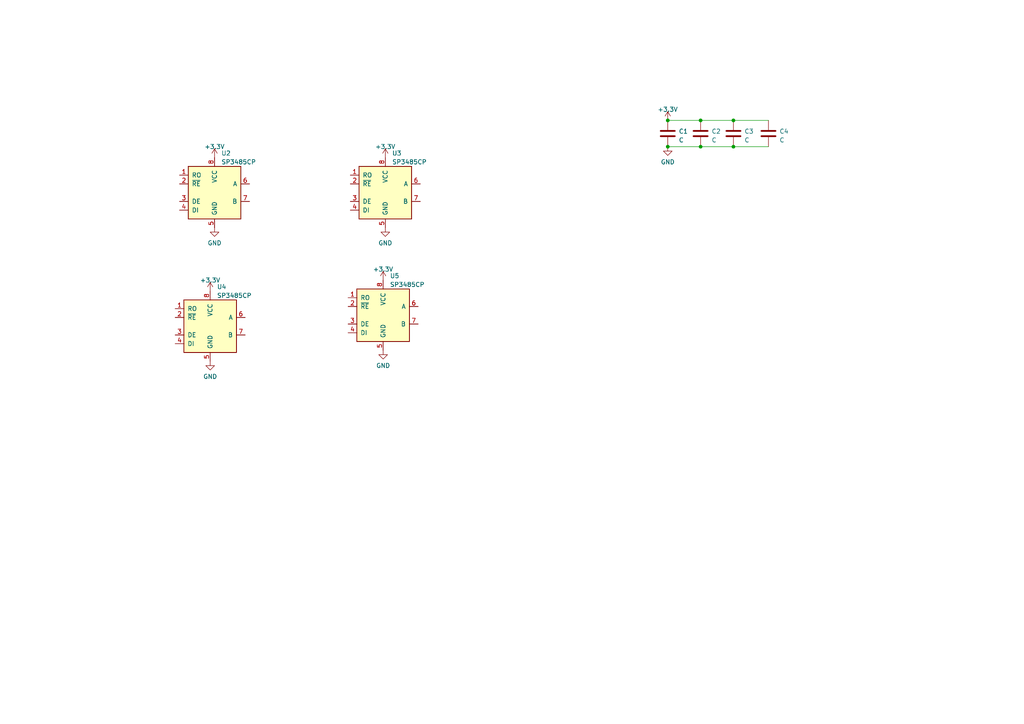
<source format=kicad_sch>
(kicad_sch (version 20230121) (generator eeschema)

  (uuid ff55967e-d292-481f-85ee-83c08a13578d)

  (paper "A4")

  (lib_symbols
    (symbol "Device:C" (pin_numbers hide) (pin_names (offset 0.254)) (in_bom yes) (on_board yes)
      (property "Reference" "C" (at 0.635 2.54 0)
        (effects (font (size 1.27 1.27)) (justify left))
      )
      (property "Value" "C" (at 0.635 -2.54 0)
        (effects (font (size 1.27 1.27)) (justify left))
      )
      (property "Footprint" "" (at 0.9652 -3.81 0)
        (effects (font (size 1.27 1.27)) hide)
      )
      (property "Datasheet" "~" (at 0 0 0)
        (effects (font (size 1.27 1.27)) hide)
      )
      (property "ki_keywords" "cap capacitor" (at 0 0 0)
        (effects (font (size 1.27 1.27)) hide)
      )
      (property "ki_description" "Unpolarized capacitor" (at 0 0 0)
        (effects (font (size 1.27 1.27)) hide)
      )
      (property "ki_fp_filters" "C_*" (at 0 0 0)
        (effects (font (size 1.27 1.27)) hide)
      )
      (symbol "C_0_1"
        (polyline
          (pts
            (xy -2.032 -0.762)
            (xy 2.032 -0.762)
          )
          (stroke (width 0.508) (type default))
          (fill (type none))
        )
        (polyline
          (pts
            (xy -2.032 0.762)
            (xy 2.032 0.762)
          )
          (stroke (width 0.508) (type default))
          (fill (type none))
        )
      )
      (symbol "C_1_1"
        (pin passive line (at 0 3.81 270) (length 2.794)
          (name "~" (effects (font (size 1.27 1.27))))
          (number "1" (effects (font (size 1.27 1.27))))
        )
        (pin passive line (at 0 -3.81 90) (length 2.794)
          (name "~" (effects (font (size 1.27 1.27))))
          (number "2" (effects (font (size 1.27 1.27))))
        )
      )
    )
    (symbol "Interface_UART:SP3485CP" (pin_names (offset 1.016)) (in_bom yes) (on_board yes)
      (property "Reference" "U" (at -7.62 8.89 0)
        (effects (font (size 1.27 1.27)) (justify left))
      )
      (property "Value" "SP3485CP" (at 2.54 8.89 0)
        (effects (font (size 1.27 1.27)) (justify left))
      )
      (property "Footprint" "Package_DIP:DIP-8_W7.62mm" (at 0 0 0)
        (effects (font (size 1.27 1.27) italic) hide)
      )
      (property "Datasheet" "http://www.icbase.com/pdf/SPX/SPX00480106.pdf" (at 0 0 0)
        (effects (font (size 1.27 1.27)) hide)
      )
      (property "ki_keywords" "Low Power Half-Duplex RS-485 Transceiver 10Mbps" (at 0 0 0)
        (effects (font (size 1.27 1.27)) hide)
      )
      (property "ki_description" "3.3V Low Power Half-Duplex RS-485 Transceiver 10Mbps, DIP8" (at 0 0 0)
        (effects (font (size 1.27 1.27)) hide)
      )
      (property "ki_fp_filters" "DIP*W7.62mm*" (at 0 0 0)
        (effects (font (size 1.27 1.27)) hide)
      )
      (symbol "SP3485CP_0_1"
        (rectangle (start -7.62 7.62) (end 7.62 -7.62)
          (stroke (width 0.254) (type default))
          (fill (type background))
        )
      )
      (symbol "SP3485CP_1_1"
        (pin output line (at -10.16 5.08 0) (length 2.54)
          (name "RO" (effects (font (size 1.27 1.27))))
          (number "1" (effects (font (size 1.27 1.27))))
        )
        (pin input line (at -10.16 2.54 0) (length 2.54)
          (name "~{RE}" (effects (font (size 1.27 1.27))))
          (number "2" (effects (font (size 1.27 1.27))))
        )
        (pin input line (at -10.16 -2.54 0) (length 2.54)
          (name "DE" (effects (font (size 1.27 1.27))))
          (number "3" (effects (font (size 1.27 1.27))))
        )
        (pin input line (at -10.16 -5.08 0) (length 2.54)
          (name "DI" (effects (font (size 1.27 1.27))))
          (number "4" (effects (font (size 1.27 1.27))))
        )
        (pin power_in line (at 0 -10.16 90) (length 2.54)
          (name "GND" (effects (font (size 1.27 1.27))))
          (number "5" (effects (font (size 1.27 1.27))))
        )
        (pin bidirectional line (at 10.16 2.54 180) (length 2.54)
          (name "A" (effects (font (size 1.27 1.27))))
          (number "6" (effects (font (size 1.27 1.27))))
        )
        (pin bidirectional line (at 10.16 -2.54 180) (length 2.54)
          (name "B" (effects (font (size 1.27 1.27))))
          (number "7" (effects (font (size 1.27 1.27))))
        )
        (pin power_in line (at 0 10.16 270) (length 2.54)
          (name "VCC" (effects (font (size 1.27 1.27))))
          (number "8" (effects (font (size 1.27 1.27))))
        )
      )
    )
    (symbol "power:+3.3V" (power) (pin_names (offset 0)) (in_bom yes) (on_board yes)
      (property "Reference" "#PWR" (at 0 -3.81 0)
        (effects (font (size 1.27 1.27)) hide)
      )
      (property "Value" "+3.3V" (at 0 3.556 0)
        (effects (font (size 1.27 1.27)))
      )
      (property "Footprint" "" (at 0 0 0)
        (effects (font (size 1.27 1.27)) hide)
      )
      (property "Datasheet" "" (at 0 0 0)
        (effects (font (size 1.27 1.27)) hide)
      )
      (property "ki_keywords" "global power" (at 0 0 0)
        (effects (font (size 1.27 1.27)) hide)
      )
      (property "ki_description" "Power symbol creates a global label with name \"+3.3V\"" (at 0 0 0)
        (effects (font (size 1.27 1.27)) hide)
      )
      (symbol "+3.3V_0_1"
        (polyline
          (pts
            (xy -0.762 1.27)
            (xy 0 2.54)
          )
          (stroke (width 0) (type default))
          (fill (type none))
        )
        (polyline
          (pts
            (xy 0 0)
            (xy 0 2.54)
          )
          (stroke (width 0) (type default))
          (fill (type none))
        )
        (polyline
          (pts
            (xy 0 2.54)
            (xy 0.762 1.27)
          )
          (stroke (width 0) (type default))
          (fill (type none))
        )
      )
      (symbol "+3.3V_1_1"
        (pin power_in line (at 0 0 90) (length 0) hide
          (name "+3.3V" (effects (font (size 1.27 1.27))))
          (number "1" (effects (font (size 1.27 1.27))))
        )
      )
    )
    (symbol "power:GND" (power) (pin_names (offset 0)) (in_bom yes) (on_board yes)
      (property "Reference" "#PWR" (at 0 -6.35 0)
        (effects (font (size 1.27 1.27)) hide)
      )
      (property "Value" "GND" (at 0 -3.81 0)
        (effects (font (size 1.27 1.27)))
      )
      (property "Footprint" "" (at 0 0 0)
        (effects (font (size 1.27 1.27)) hide)
      )
      (property "Datasheet" "" (at 0 0 0)
        (effects (font (size 1.27 1.27)) hide)
      )
      (property "ki_keywords" "global power" (at 0 0 0)
        (effects (font (size 1.27 1.27)) hide)
      )
      (property "ki_description" "Power symbol creates a global label with name \"GND\" , ground" (at 0 0 0)
        (effects (font (size 1.27 1.27)) hide)
      )
      (symbol "GND_0_1"
        (polyline
          (pts
            (xy 0 0)
            (xy 0 -1.27)
            (xy 1.27 -1.27)
            (xy 0 -2.54)
            (xy -1.27 -1.27)
            (xy 0 -1.27)
          )
          (stroke (width 0) (type default))
          (fill (type none))
        )
      )
      (symbol "GND_1_1"
        (pin power_in line (at 0 0 270) (length 0) hide
          (name "GND" (effects (font (size 1.27 1.27))))
          (number "1" (effects (font (size 1.27 1.27))))
        )
      )
    )
  )

  (junction (at 212.725 42.545) (diameter 0) (color 0 0 0 0)
    (uuid 41ca11bf-c2d2-43f5-83a1-021948b7fc67)
  )
  (junction (at 203.2 42.545) (diameter 0) (color 0 0 0 0)
    (uuid 4250cac1-446f-4cbe-a70d-954a1c6489d1)
  )
  (junction (at 203.2 34.925) (diameter 0) (color 0 0 0 0)
    (uuid 60f63fd3-cb88-40b2-b3a1-1b777b8785bb)
  )
  (junction (at 193.675 42.545) (diameter 0) (color 0 0 0 0)
    (uuid 87d50515-48e2-4b28-b6ff-64afc8360e62)
  )
  (junction (at 212.725 34.925) (diameter 0) (color 0 0 0 0)
    (uuid c4543278-0a97-42ed-9611-d31d02b39b32)
  )
  (junction (at 193.675 34.925) (diameter 0) (color 0 0 0 0)
    (uuid f88850bf-a612-4d5c-87c0-f6c8e159857c)
  )

  (wire (pts (xy 203.2 42.545) (xy 212.725 42.545))
    (stroke (width 0) (type default))
    (uuid 54c0c5e4-7e7a-4718-868c-359a5cac2210)
  )
  (wire (pts (xy 203.2 34.925) (xy 212.725 34.925))
    (stroke (width 0) (type default))
    (uuid 6f493a63-8948-4e5e-a1a3-2fedfa2dbc26)
  )
  (wire (pts (xy 212.725 42.545) (xy 222.885 42.545))
    (stroke (width 0) (type default))
    (uuid 7285697b-b32c-4099-9ec3-cff74500f4a8)
  )
  (wire (pts (xy 212.725 34.925) (xy 222.885 34.925))
    (stroke (width 0) (type default))
    (uuid a21fb26f-643a-4aa3-870e-d497159e3876)
  )
  (wire (pts (xy 193.675 34.925) (xy 203.2 34.925))
    (stroke (width 0) (type default))
    (uuid ba604f58-5cb1-4be1-88ff-9d59e8b54074)
  )
  (wire (pts (xy 193.675 42.545) (xy 203.2 42.545))
    (stroke (width 0) (type default))
    (uuid feb4f168-585b-4145-bc3e-966427ba221a)
  )

  (symbol (lib_id "Device:C") (at 203.2 38.735 0) (unit 1)
    (in_bom yes) (on_board yes) (dnp no) (fields_autoplaced)
    (uuid 1bc33cc1-1492-4132-aa79-b41d8e31368b)
    (property "Reference" "C2" (at 206.375 38.1 0)
      (effects (font (size 1.27 1.27)) (justify left))
    )
    (property "Value" "C" (at 206.375 40.64 0)
      (effects (font (size 1.27 1.27)) (justify left))
    )
    (property "Footprint" "" (at 204.1652 42.545 0)
      (effects (font (size 1.27 1.27)) hide)
    )
    (property "Datasheet" "~" (at 203.2 38.735 0)
      (effects (font (size 1.27 1.27)) hide)
    )
    (pin "1" (uuid d441784f-c333-4771-a9e0-b889571e48d2))
    (pin "2" (uuid 991cda6f-2d7b-4ddd-a855-b8fee7082d39))
    (instances
      (project "Control_Board_v2"
        (path "/8799be14-0ab9-4921-91c9-16a28eec5adb/5af3fce4-fe4a-4a55-b239-43f7e73911ff"
          (reference "C2") (unit 1)
        )
      )
    )
  )

  (symbol (lib_id "power:+3.3V") (at 111.76 45.72 0) (unit 1)
    (in_bom yes) (on_board yes) (dnp no) (fields_autoplaced)
    (uuid 1c93cead-fa60-4d27-9dba-346ce4dadf43)
    (property "Reference" "#PWR08" (at 111.76 49.53 0)
      (effects (font (size 1.27 1.27)) hide)
    )
    (property "Value" "+3.3V" (at 111.76 42.545 0)
      (effects (font (size 1.27 1.27)))
    )
    (property "Footprint" "" (at 111.76 45.72 0)
      (effects (font (size 1.27 1.27)) hide)
    )
    (property "Datasheet" "" (at 111.76 45.72 0)
      (effects (font (size 1.27 1.27)) hide)
    )
    (pin "1" (uuid ab00c302-e239-429c-8c4d-0822fa50dc96))
    (instances
      (project "Control_Board_v2"
        (path "/8799be14-0ab9-4921-91c9-16a28eec5adb/5af3fce4-fe4a-4a55-b239-43f7e73911ff"
          (reference "#PWR08") (unit 1)
        )
      )
    )
  )

  (symbol (lib_id "power:GND") (at 62.23 66.04 0) (unit 1)
    (in_bom yes) (on_board yes) (dnp no) (fields_autoplaced)
    (uuid 3204ccfd-5760-4472-a1ed-adb5479ada9f)
    (property "Reference" "#PWR04" (at 62.23 72.39 0)
      (effects (font (size 1.27 1.27)) hide)
    )
    (property "Value" "GND" (at 62.23 70.485 0)
      (effects (font (size 1.27 1.27)))
    )
    (property "Footprint" "" (at 62.23 66.04 0)
      (effects (font (size 1.27 1.27)) hide)
    )
    (property "Datasheet" "" (at 62.23 66.04 0)
      (effects (font (size 1.27 1.27)) hide)
    )
    (pin "1" (uuid 85cb0815-a91f-4aab-834b-da81f2ac1b92))
    (instances
      (project "Control_Board_v2"
        (path "/8799be14-0ab9-4921-91c9-16a28eec5adb/5af3fce4-fe4a-4a55-b239-43f7e73911ff"
          (reference "#PWR04") (unit 1)
        )
      )
    )
  )

  (symbol (lib_id "Interface_UART:SP3485CP") (at 60.96 94.615 0) (unit 1)
    (in_bom yes) (on_board yes) (dnp no) (fields_autoplaced)
    (uuid 327ab759-2963-4702-a5e1-0aa06ef88a18)
    (property "Reference" "U4" (at 62.9159 83.185 0)
      (effects (font (size 1.27 1.27)) (justify left))
    )
    (property "Value" "SP3485CP" (at 62.9159 85.725 0)
      (effects (font (size 1.27 1.27)) (justify left))
    )
    (property "Footprint" "Package_DIP:DIP-8_W7.62mm" (at 60.96 94.615 0)
      (effects (font (size 1.27 1.27) italic) hide)
    )
    (property "Datasheet" "http://www.icbase.com/pdf/SPX/SPX00480106.pdf" (at 60.96 94.615 0)
      (effects (font (size 1.27 1.27)) hide)
    )
    (pin "1" (uuid 610069ba-482a-405d-9efd-76cee6d5eac9))
    (pin "2" (uuid fb94e075-b6eb-443d-96fc-17f7cd026d08))
    (pin "3" (uuid 15fff787-919c-4d19-879b-ae72ac76ec99))
    (pin "4" (uuid 1388d9be-d290-40c5-ac85-f4390df1073d))
    (pin "5" (uuid 8f9c6d6c-8822-4f86-a5aa-dba59a705f97))
    (pin "6" (uuid 8352e79b-2ffb-47fc-aa13-549caad8885c))
    (pin "7" (uuid b1d4f21f-d437-45a9-99bd-06a051cd57a9))
    (pin "8" (uuid fb88ff28-aa92-45b1-b9db-4866ed30f293))
    (instances
      (project "Control_Board_v2"
        (path "/8799be14-0ab9-4921-91c9-16a28eec5adb/5af3fce4-fe4a-4a55-b239-43f7e73911ff"
          (reference "U4") (unit 1)
        )
      )
    )
  )

  (symbol (lib_id "power:+3.3V") (at 62.23 45.72 0) (unit 1)
    (in_bom yes) (on_board yes) (dnp no) (fields_autoplaced)
    (uuid 4326304d-1489-47df-92c4-d5f074c53ecb)
    (property "Reference" "#PWR07" (at 62.23 49.53 0)
      (effects (font (size 1.27 1.27)) hide)
    )
    (property "Value" "+3.3V" (at 62.23 42.545 0)
      (effects (font (size 1.27 1.27)))
    )
    (property "Footprint" "" (at 62.23 45.72 0)
      (effects (font (size 1.27 1.27)) hide)
    )
    (property "Datasheet" "" (at 62.23 45.72 0)
      (effects (font (size 1.27 1.27)) hide)
    )
    (pin "1" (uuid f45ab133-2539-4716-a920-09d367e33b4b))
    (instances
      (project "Control_Board_v2"
        (path "/8799be14-0ab9-4921-91c9-16a28eec5adb/5af3fce4-fe4a-4a55-b239-43f7e73911ff"
          (reference "#PWR07") (unit 1)
        )
      )
    )
  )

  (symbol (lib_id "power:+3.3V") (at 60.96 84.455 0) (unit 1)
    (in_bom yes) (on_board yes) (dnp no) (fields_autoplaced)
    (uuid 4c781439-afb0-4d02-ab9c-222b66a2c149)
    (property "Reference" "#PWR010" (at 60.96 88.265 0)
      (effects (font (size 1.27 1.27)) hide)
    )
    (property "Value" "+3.3V" (at 60.96 81.28 0)
      (effects (font (size 1.27 1.27)))
    )
    (property "Footprint" "" (at 60.96 84.455 0)
      (effects (font (size 1.27 1.27)) hide)
    )
    (property "Datasheet" "" (at 60.96 84.455 0)
      (effects (font (size 1.27 1.27)) hide)
    )
    (pin "1" (uuid b84d005e-c459-4503-81ea-a6ca1aeaab6b))
    (instances
      (project "Control_Board_v2"
        (path "/8799be14-0ab9-4921-91c9-16a28eec5adb/5af3fce4-fe4a-4a55-b239-43f7e73911ff"
          (reference "#PWR010") (unit 1)
        )
      )
    )
  )

  (symbol (lib_id "power:GND") (at 111.125 101.6 0) (unit 1)
    (in_bom yes) (on_board yes) (dnp no) (fields_autoplaced)
    (uuid 58d07b50-9704-4f44-a3e2-b01216e3153f)
    (property "Reference" "#PWR06" (at 111.125 107.95 0)
      (effects (font (size 1.27 1.27)) hide)
    )
    (property "Value" "GND" (at 111.125 106.045 0)
      (effects (font (size 1.27 1.27)))
    )
    (property "Footprint" "" (at 111.125 101.6 0)
      (effects (font (size 1.27 1.27)) hide)
    )
    (property "Datasheet" "" (at 111.125 101.6 0)
      (effects (font (size 1.27 1.27)) hide)
    )
    (pin "1" (uuid db600c06-e8d3-4fb9-9daf-150a01fd06b3))
    (instances
      (project "Control_Board_v2"
        (path "/8799be14-0ab9-4921-91c9-16a28eec5adb/5af3fce4-fe4a-4a55-b239-43f7e73911ff"
          (reference "#PWR06") (unit 1)
        )
      )
    )
  )

  (symbol (lib_id "power:GND") (at 60.96 104.775 0) (unit 1)
    (in_bom yes) (on_board yes) (dnp no) (fields_autoplaced)
    (uuid 75750d9b-63c9-4161-828b-243e20a39f14)
    (property "Reference" "#PWR05" (at 60.96 111.125 0)
      (effects (font (size 1.27 1.27)) hide)
    )
    (property "Value" "GND" (at 60.96 109.22 0)
      (effects (font (size 1.27 1.27)))
    )
    (property "Footprint" "" (at 60.96 104.775 0)
      (effects (font (size 1.27 1.27)) hide)
    )
    (property "Datasheet" "" (at 60.96 104.775 0)
      (effects (font (size 1.27 1.27)) hide)
    )
    (pin "1" (uuid f2df092b-b745-4c58-85bb-bd435652c0d9))
    (instances
      (project "Control_Board_v2"
        (path "/8799be14-0ab9-4921-91c9-16a28eec5adb/5af3fce4-fe4a-4a55-b239-43f7e73911ff"
          (reference "#PWR05") (unit 1)
        )
      )
    )
  )

  (symbol (lib_id "Interface_UART:SP3485CP") (at 111.125 91.44 0) (unit 1)
    (in_bom yes) (on_board yes) (dnp no) (fields_autoplaced)
    (uuid 80f3a75e-4638-48c8-881b-a9825e800a9d)
    (property "Reference" "U5" (at 113.0809 80.01 0)
      (effects (font (size 1.27 1.27)) (justify left))
    )
    (property "Value" "SP3485CP" (at 113.0809 82.55 0)
      (effects (font (size 1.27 1.27)) (justify left))
    )
    (property "Footprint" "Package_DIP:DIP-8_W7.62mm" (at 111.125 91.44 0)
      (effects (font (size 1.27 1.27) italic) hide)
    )
    (property "Datasheet" "http://www.icbase.com/pdf/SPX/SPX00480106.pdf" (at 111.125 91.44 0)
      (effects (font (size 1.27 1.27)) hide)
    )
    (pin "1" (uuid 085468a9-2ef7-4f05-aa91-4ac7bce6a3d6))
    (pin "2" (uuid 65e40fe7-d4c8-4b0d-a381-0cff1058fcb3))
    (pin "3" (uuid 2b253a6d-2ad7-4fda-85e1-db09c6e36a93))
    (pin "4" (uuid 13d9e1d0-30bc-4174-8e80-b0b924e0303c))
    (pin "5" (uuid 9394c9bc-76bf-40f1-91ac-d5d6569362bd))
    (pin "6" (uuid d7e1c6aa-47ea-4d0b-876c-1b9e5e541496))
    (pin "7" (uuid 0e3b19c4-355a-4538-bb7d-d001f9e31fc8))
    (pin "8" (uuid ffaf8fea-48ec-4e47-a7e5-1e8b7efdab60))
    (instances
      (project "Control_Board_v2"
        (path "/8799be14-0ab9-4921-91c9-16a28eec5adb/5af3fce4-fe4a-4a55-b239-43f7e73911ff"
          (reference "U5") (unit 1)
        )
      )
    )
  )

  (symbol (lib_id "power:GND") (at 193.675 42.545 0) (unit 1)
    (in_bom yes) (on_board yes) (dnp no) (fields_autoplaced)
    (uuid 8a80bcfd-6b03-414b-89de-f85907f73363)
    (property "Reference" "#PWR02" (at 193.675 48.895 0)
      (effects (font (size 1.27 1.27)) hide)
    )
    (property "Value" "GND" (at 193.675 46.99 0)
      (effects (font (size 1.27 1.27)))
    )
    (property "Footprint" "" (at 193.675 42.545 0)
      (effects (font (size 1.27 1.27)) hide)
    )
    (property "Datasheet" "" (at 193.675 42.545 0)
      (effects (font (size 1.27 1.27)) hide)
    )
    (pin "1" (uuid c4d1d25a-3630-4dfd-b041-8ac70d9074ec))
    (instances
      (project "Control_Board_v2"
        (path "/8799be14-0ab9-4921-91c9-16a28eec5adb/5af3fce4-fe4a-4a55-b239-43f7e73911ff"
          (reference "#PWR02") (unit 1)
        )
      )
    )
  )

  (symbol (lib_id "power:+3.3V") (at 193.675 34.925 0) (unit 1)
    (in_bom yes) (on_board yes) (dnp no) (fields_autoplaced)
    (uuid 90d40f55-5c37-478b-befa-1212d7db9cba)
    (property "Reference" "#PWR01" (at 193.675 38.735 0)
      (effects (font (size 1.27 1.27)) hide)
    )
    (property "Value" "+3.3V" (at 193.675 31.75 0)
      (effects (font (size 1.27 1.27)))
    )
    (property "Footprint" "" (at 193.675 34.925 0)
      (effects (font (size 1.27 1.27)) hide)
    )
    (property "Datasheet" "" (at 193.675 34.925 0)
      (effects (font (size 1.27 1.27)) hide)
    )
    (pin "1" (uuid 761cf5fb-e381-4307-93b8-e75ff90f227b))
    (instances
      (project "Control_Board_v2"
        (path "/8799be14-0ab9-4921-91c9-16a28eec5adb/5af3fce4-fe4a-4a55-b239-43f7e73911ff"
          (reference "#PWR01") (unit 1)
        )
      )
    )
  )

  (symbol (lib_id "Device:C") (at 193.675 38.735 0) (unit 1)
    (in_bom yes) (on_board yes) (dnp no) (fields_autoplaced)
    (uuid a9c7bf24-3288-4f41-a0c2-3fd699e3a196)
    (property "Reference" "C1" (at 196.85 38.1 0)
      (effects (font (size 1.27 1.27)) (justify left))
    )
    (property "Value" "C" (at 196.85 40.64 0)
      (effects (font (size 1.27 1.27)) (justify left))
    )
    (property "Footprint" "" (at 194.6402 42.545 0)
      (effects (font (size 1.27 1.27)) hide)
    )
    (property "Datasheet" "~" (at 193.675 38.735 0)
      (effects (font (size 1.27 1.27)) hide)
    )
    (pin "1" (uuid e9647c8b-cffb-48f8-9e35-d03f44d8aab3))
    (pin "2" (uuid 8b4458ee-bd7f-4d28-a389-0bf35a16e8db))
    (instances
      (project "Control_Board_v2"
        (path "/8799be14-0ab9-4921-91c9-16a28eec5adb/5af3fce4-fe4a-4a55-b239-43f7e73911ff"
          (reference "C1") (unit 1)
        )
      )
    )
  )

  (symbol (lib_id "Interface_UART:SP3485CP") (at 62.23 55.88 0) (unit 1)
    (in_bom yes) (on_board yes) (dnp no) (fields_autoplaced)
    (uuid afb6efc1-8db4-42e1-a77c-698e33d1cea9)
    (property "Reference" "U2" (at 64.1859 44.45 0)
      (effects (font (size 1.27 1.27)) (justify left))
    )
    (property "Value" "SP3485CP" (at 64.1859 46.99 0)
      (effects (font (size 1.27 1.27)) (justify left))
    )
    (property "Footprint" "Package_DIP:DIP-8_W7.62mm" (at 62.23 55.88 0)
      (effects (font (size 1.27 1.27) italic) hide)
    )
    (property "Datasheet" "http://www.icbase.com/pdf/SPX/SPX00480106.pdf" (at 62.23 55.88 0)
      (effects (font (size 1.27 1.27)) hide)
    )
    (pin "1" (uuid 9c29f2b2-ebd7-4b8a-b848-1823dca0a49f))
    (pin "2" (uuid b2f9396f-4fed-4011-980e-b337afbb65a5))
    (pin "3" (uuid 74b885c6-8d7e-44f2-8626-5baa8be7ef09))
    (pin "4" (uuid f8622ee2-4f50-454f-a5d3-57e31689ac4c))
    (pin "5" (uuid 4a6819ad-d6b7-4c1c-96ec-81e055944ecf))
    (pin "6" (uuid 27cc3656-6490-4903-851f-f8e8046c6a47))
    (pin "7" (uuid 4ebf38c0-f41b-4186-880e-ba99bb950587))
    (pin "8" (uuid 3d38763b-a6c0-42f6-8820-aa5150ca4461))
    (instances
      (project "Control_Board_v2"
        (path "/8799be14-0ab9-4921-91c9-16a28eec5adb/5af3fce4-fe4a-4a55-b239-43f7e73911ff"
          (reference "U2") (unit 1)
        )
      )
    )
  )

  (symbol (lib_id "power:GND") (at 111.76 66.04 0) (unit 1)
    (in_bom yes) (on_board yes) (dnp no) (fields_autoplaced)
    (uuid bc52d9ce-e5e5-4f83-ad45-4557c153e2ea)
    (property "Reference" "#PWR03" (at 111.76 72.39 0)
      (effects (font (size 1.27 1.27)) hide)
    )
    (property "Value" "GND" (at 111.76 70.485 0)
      (effects (font (size 1.27 1.27)))
    )
    (property "Footprint" "" (at 111.76 66.04 0)
      (effects (font (size 1.27 1.27)) hide)
    )
    (property "Datasheet" "" (at 111.76 66.04 0)
      (effects (font (size 1.27 1.27)) hide)
    )
    (pin "1" (uuid 3ea2a848-e483-4d1b-83ff-1f8883bf3832))
    (instances
      (project "Control_Board_v2"
        (path "/8799be14-0ab9-4921-91c9-16a28eec5adb/5af3fce4-fe4a-4a55-b239-43f7e73911ff"
          (reference "#PWR03") (unit 1)
        )
      )
    )
  )

  (symbol (lib_id "Device:C") (at 222.885 38.735 0) (unit 1)
    (in_bom yes) (on_board yes) (dnp no) (fields_autoplaced)
    (uuid c8011fc0-07ff-4ad6-ba86-c3fa23472dd5)
    (property "Reference" "C4" (at 226.06 38.1 0)
      (effects (font (size 1.27 1.27)) (justify left))
    )
    (property "Value" "C" (at 226.06 40.64 0)
      (effects (font (size 1.27 1.27)) (justify left))
    )
    (property "Footprint" "" (at 223.8502 42.545 0)
      (effects (font (size 1.27 1.27)) hide)
    )
    (property "Datasheet" "~" (at 222.885 38.735 0)
      (effects (font (size 1.27 1.27)) hide)
    )
    (pin "1" (uuid 2ff2f763-48b6-46d8-aa1c-b89b5a2346dc))
    (pin "2" (uuid 4afe3f68-c9f2-41ea-972e-50ba5750d0e4))
    (instances
      (project "Control_Board_v2"
        (path "/8799be14-0ab9-4921-91c9-16a28eec5adb/5af3fce4-fe4a-4a55-b239-43f7e73911ff"
          (reference "C4") (unit 1)
        )
      )
    )
  )

  (symbol (lib_id "Device:C") (at 212.725 38.735 0) (unit 1)
    (in_bom yes) (on_board yes) (dnp no) (fields_autoplaced)
    (uuid d3a64546-a694-460c-a726-1867f565ad08)
    (property "Reference" "C3" (at 215.9 38.1 0)
      (effects (font (size 1.27 1.27)) (justify left))
    )
    (property "Value" "C" (at 215.9 40.64 0)
      (effects (font (size 1.27 1.27)) (justify left))
    )
    (property "Footprint" "" (at 213.6902 42.545 0)
      (effects (font (size 1.27 1.27)) hide)
    )
    (property "Datasheet" "~" (at 212.725 38.735 0)
      (effects (font (size 1.27 1.27)) hide)
    )
    (pin "1" (uuid f4047799-9adb-442a-b2ff-e12715c36ede))
    (pin "2" (uuid 2765db32-069b-40ba-956f-e3d277812fff))
    (instances
      (project "Control_Board_v2"
        (path "/8799be14-0ab9-4921-91c9-16a28eec5adb/5af3fce4-fe4a-4a55-b239-43f7e73911ff"
          (reference "C3") (unit 1)
        )
      )
    )
  )

  (symbol (lib_id "power:+3.3V") (at 111.125 81.28 0) (unit 1)
    (in_bom yes) (on_board yes) (dnp no) (fields_autoplaced)
    (uuid ef7163dc-8138-4291-8c26-405b8b36d6a3)
    (property "Reference" "#PWR09" (at 111.125 85.09 0)
      (effects (font (size 1.27 1.27)) hide)
    )
    (property "Value" "+3.3V" (at 111.125 78.105 0)
      (effects (font (size 1.27 1.27)))
    )
    (property "Footprint" "" (at 111.125 81.28 0)
      (effects (font (size 1.27 1.27)) hide)
    )
    (property "Datasheet" "" (at 111.125 81.28 0)
      (effects (font (size 1.27 1.27)) hide)
    )
    (pin "1" (uuid d084436e-75f7-4602-9efb-229fa8c041bc))
    (instances
      (project "Control_Board_v2"
        (path "/8799be14-0ab9-4921-91c9-16a28eec5adb/5af3fce4-fe4a-4a55-b239-43f7e73911ff"
          (reference "#PWR09") (unit 1)
        )
      )
    )
  )

  (symbol (lib_id "Interface_UART:SP3485CP") (at 111.76 55.88 0) (unit 1)
    (in_bom yes) (on_board yes) (dnp no) (fields_autoplaced)
    (uuid fa9c0df8-85dd-40f5-bce7-2fd9d540d56a)
    (property "Reference" "U3" (at 113.7159 44.45 0)
      (effects (font (size 1.27 1.27)) (justify left))
    )
    (property "Value" "SP3485CP" (at 113.7159 46.99 0)
      (effects (font (size 1.27 1.27)) (justify left))
    )
    (property "Footprint" "Package_DIP:DIP-8_W7.62mm" (at 111.76 55.88 0)
      (effects (font (size 1.27 1.27) italic) hide)
    )
    (property "Datasheet" "http://www.icbase.com/pdf/SPX/SPX00480106.pdf" (at 111.76 55.88 0)
      (effects (font (size 1.27 1.27)) hide)
    )
    (pin "1" (uuid 7891cd8a-092d-4193-aca6-d4364581cc53))
    (pin "2" (uuid 7943f73c-8384-4504-ac73-6fd33911fab7))
    (pin "3" (uuid 43081d79-e52c-4a08-9b15-b0a854737ef3))
    (pin "4" (uuid 6c36f355-64b2-44c1-a26d-086a4dc7b459))
    (pin "5" (uuid 8328c774-13da-4969-90e5-b5280e6e0db5))
    (pin "6" (uuid 4e56b322-1640-4eeb-a4ab-ea032991a09c))
    (pin "7" (uuid 8138b1cf-edfa-46c8-93f5-b9f5c7ff5562))
    (pin "8" (uuid bd68f854-cb7e-4e26-9758-2260ba2146d0))
    (instances
      (project "Control_Board_v2"
        (path "/8799be14-0ab9-4921-91c9-16a28eec5adb/5af3fce4-fe4a-4a55-b239-43f7e73911ff"
          (reference "U3") (unit 1)
        )
      )
    )
  )
)

</source>
